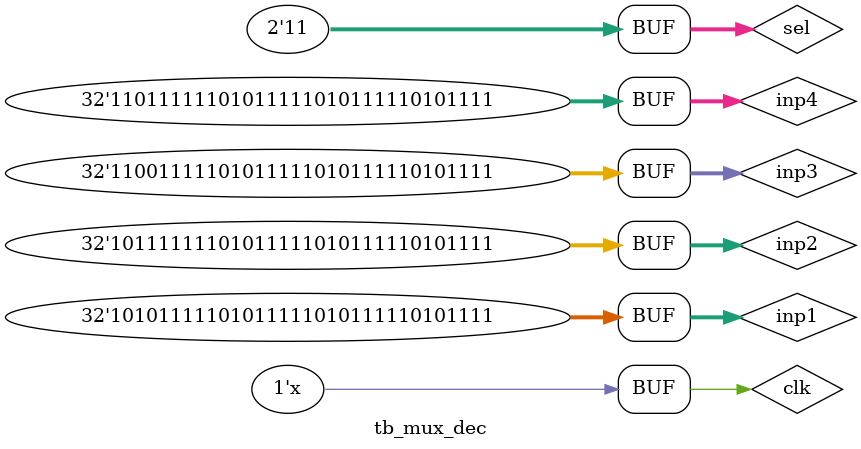
<source format=v>
module mux4_1(regData,q1,q2,q3,q4,reg_no);
/* Add alu_mux.v for mux*/
	input [31:0] q1, q2, q3, q4;
	input [1:0] reg_no;
	output [31:0] regData;
	bit32_4to1mux mux(regData, reg_no, q1, q2, q3, q4);
endmodule

module decoder2_4 (register, reg_no);
input [1:0] reg_no;
output [3:0] register;
wire [3:0] register;
assign register[3] = reg_no[1] & reg_no[0];
assign register[2] = reg_no[1] & ~reg_no[0];
assign register[1] = ~reg_no[1] & reg_no[0];
assign register[0] = ~reg_no[1] & ~reg_no[0];
endmodule

module tb_mux_dec;
	reg [31:0] inp1, inp2, inp3, inp4;
	reg [1:0] sel;
	reg clk;
	wire [31:0] op;
	wire [3:0] register;
	mux4_1 m(op,inp1, inp2,inp3,inp4,sel);
	decoder2_4 d(register,sel);
	always @(clk)
	#5 clk<=~clk;
	
	initial
	begin
		$monitor($time, " inp1=%h, inp2=%h, inp3=%h, inp4=%h, sel=%b, op=%h, dec = %b",inp1, inp2, inp3, inp4, sel, op, register);
		 clk=1'b0;
		 inp1 = 32'hAFAFAFAF;
		 inp2 = 32'hBFAFAFAF;
		 inp3 = 32'hCFAFAFAF;
		 inp4 = 32'hDFAFAFAF;
		#2 sel = 2'b00;
		#2 sel = 2'b01;
		#2 sel = 2'b10;
		#2 sel = 2'b11;
		
	end
	
endmodule
</source>
